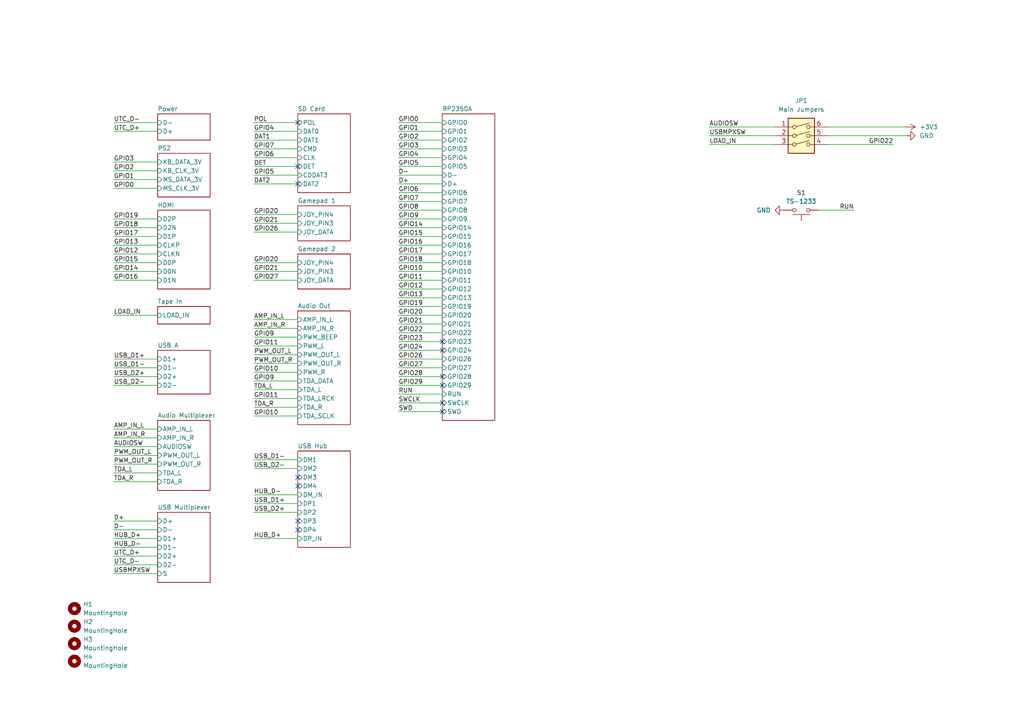
<source format=kicad_sch>
(kicad_sch (version 20250114) (generator "eeschema") (generator_version "9.0")
  (paper "A4")
  (title_block (title "${NAME}") (date "2025-05-10") (rev "${VERSION}") (company "Mikhail Matveev") (comment 1 "https://github.com/xtremespb/frank"))
  (lib_symbols
    (symbol "GND_1" (power) (pin_numbers (hide yes)) (pin_names (offset 0) (hide yes))
      (property "Value" "GND" (at 0 -3.81 0))
      (symbol "GND_1_0_1"
        (polyline (pts (xy 0 0) (xy 0 -1.27) (xy 1.27 -1.27) (xy 0 -2.54) (xy -1.27 -1.27) (xy 0 -1.27)))
      )
      (symbol "GND_1_1_1"
        (pin power_in line (at 0 0 270) (length 0) (name "~") (number "1"))
      )
    )
    (symbol "Mechanical:MountingHole" (pin_names (offset 1.016)) (exclude_from_sim yes) (in_bom no)
      (property "Reference" "H" (at 0 5.08 0))
      (property "Value" "MountingHole" (at 0 3.175 0))
      (symbol "MountingHole_0_1"
        (circle (center 0 0) (radius 1.27) (stroke (width 1.27)))
      )
    )
    (symbol "Switch:SW_DIP_x03" (pin_names (offset 0) (hide yes))
      (property "Reference" "SW" (at 0 6.35 0))
      (property "Value" "SW_DIP_x03" (at 0 -6.35 0))
      (symbol "SW_DIP_x03_0_0"
        (circle (center -2.032 2.54) (radius 0.508))
        (circle (center -2.032 0) (radius 0.508))
        (circle (center -2.032 -2.54) (radius 0.508))
        (polyline (pts (xy -1.524 2.667) (xy 2.3622 3.7084)))
        (polyline (pts (xy -1.524 0.127) (xy 2.3622 1.1684)))
        (polyline (pts (xy -1.524 -2.413) (xy 2.3622 -1.3716)))
        (circle (center 2.032 2.54) (radius 0.508))
        (circle (center 2.032 0) (radius 0.508))
        (circle (center 2.032 -2.54) (radius 0.508))
      )
      (symbol "SW_DIP_x03_0_1"
        (rectangle (start -3.81 5.08) (end 3.81 -5.08) (stroke (width 0.254)) (fill (type background)))
      )
      (symbol "SW_DIP_x03_1_1"
        (pin passive line (at -7.62 2.54 0) (length 5.08) (name "~") (number "1"))
        (pin passive line (at -7.62 0 0) (length 5.08) (name "~") (number "2"))
        (pin passive line (at -7.62 -2.54 0) (length 5.08) (name "~") (number "3"))
        (pin passive line (at 7.62 2.54 180) (length 5.08) (name "~") (number "6"))
        (pin passive line (at 7.62 0 180) (length 5.08) (name "~") (number "5"))
        (pin passive line (at 7.62 -2.54 180) (length 5.08) (name "~") (number "4"))
      )
    )
    (symbol "Switch:SW_Push" (pin_numbers (hide yes)) (pin_names (offset 1.016) (hide yes))
      (property "Reference" "SW" (at 1.27 2.54 0))
      (property "Value" "SW_Push" (at 0 -1.524 0))
      (symbol "SW_Push_0_1"
        (circle (center -2.032 0) (radius 0.508))
        (polyline (pts (xy 0 1.27) (xy 0 3.048)))
        (circle (center 2.032 0) (radius 0.508))
        (polyline (pts (xy 2.54 1.27) (xy -2.54 1.27)))
        (pin passive line (at -5.08 0 0) (length 2.54) (name "1") (number "1"))
        (pin passive line (at 5.08 0 180) (length 2.54) (name "2") (number "2"))
      )
    )
    (symbol "power:+3V3" (power) (pin_numbers (hide yes)) (pin_names (offset 0) (hide yes))
      (property "Value" "+3V3" (at 0 3.556 0))
      (symbol "+3V3_0_1"
        (polyline (pts (xy -0.762 1.27) (xy 0 2.54)))
        (polyline (pts (xy 0 2.54) (xy 0.762 1.27)))
        (polyline (pts (xy 0 0) (xy 0 2.54)))
      )
      (symbol "+3V3_1_1"
        (pin power_in line (at 0 0 90) (length 0) (name "~") (number "1"))
      )
    )
  )
  (no_connect (at 128.27 116.84))
  (no_connect (at 128.27 109.22))
  (no_connect (at 86.36 53.34))
  (no_connect (at 128.27 101.6))
  (no_connect (at 86.36 153.67))
  (no_connect (at 128.27 111.76))
  (no_connect (at 86.36 151.13))
  (no_connect (at 128.27 99.06))
  (no_connect (at 128.27 119.38))
  (no_connect (at 86.36 48.26))
  (no_connect (at 86.36 35.56))
  (no_connect (at 86.36 138.43))
  (no_connect (at 86.36 140.97))
  (wire (pts (xy 115.57 81.28) (xy 128.27 81.28)))
  (wire (pts (xy 33.02 132.08) (xy 45.72 132.08)))
  (wire (pts (xy 115.57 38.1) (xy 128.27 38.1)))
  (wire (pts (xy 73.66 120.65) (xy 86.36 120.65)))
  (wire (pts (xy 115.57 111.76) (xy 128.27 111.76)))
  (wire (pts (xy 115.57 60.96) (xy 128.27 60.96)))
  (wire (pts (xy 33.02 109.22) (xy 45.72 109.22)))
  (wire (pts (xy 73.66 78.74) (xy 86.36 78.74)))
  (wire (pts (xy 115.57 91.44) (xy 128.27 91.44)))
  (wire (pts (xy 73.66 48.26) (xy 86.36 48.26)))
  (wire (pts (xy 115.57 63.5) (xy 128.27 63.5)))
  (wire (pts (xy 33.02 139.7) (xy 45.72 139.7)))
  (wire (pts (xy 33.02 81.28) (xy 45.72 81.28)))
  (wire (pts (xy 237.49 60.96) (xy 247.65 60.96)))
  (wire (pts (xy 73.66 92.71) (xy 86.36 92.71)))
  (wire (pts (xy 33.02 54.61) (xy 45.72 54.61)))
  (wire (pts (xy 115.57 104.14) (xy 128.27 104.14)))
  (wire (pts (xy 73.66 95.25) (xy 86.36 95.25)))
  (wire (pts (xy 33.02 76.2) (xy 45.72 76.2)))
  (wire (pts (xy 33.02 151.13) (xy 45.72 151.13)))
  (wire (pts (xy 33.02 66.04) (xy 45.72 66.04)))
  (wire (pts (xy 33.02 46.99) (xy 45.72 46.99)))
  (wire (pts (xy 115.57 106.68) (xy 128.27 106.68)))
  (wire (pts (xy 33.02 63.5) (xy 45.72 63.5)))
  (wire (pts (xy 33.02 71.12) (xy 45.72 71.12)))
  (wire (pts (xy 115.57 50.8) (xy 128.27 50.8)))
  (wire (pts (xy 73.66 113.03) (xy 86.36 113.03)))
  (wire (pts (xy 73.66 43.18) (xy 86.36 43.18)))
  (wire (pts (xy 33.02 158.75) (xy 45.72 158.75)))
  (wire (pts (xy 33.02 156.21) (xy 45.72 156.21)))
  (wire (pts (xy 115.57 114.3) (xy 128.27 114.3)))
  (wire (pts (xy 73.66 81.28) (xy 86.36 81.28)))
  (wire (pts (xy 73.66 115.57) (xy 86.36 115.57)))
  (wire (pts (xy 73.66 105.41) (xy 86.36 105.41)))
  (wire (pts (xy 115.57 119.38) (xy 128.27 119.38)))
  (wire (pts (xy 33.02 134.62) (xy 45.72 134.62)))
  (wire (pts (xy 33.02 106.68) (xy 45.72 106.68)))
  (wire (pts (xy 33.02 91.44) (xy 45.72 91.44)))
  (wire (pts (xy 73.66 97.79) (xy 86.36 97.79)))
  (wire (pts (xy 33.02 38.1) (xy 45.72 38.1)))
  (wire (pts (xy 115.57 86.36) (xy 128.27 86.36)))
  (wire (pts (xy 205.74 36.83) (xy 224.79 36.83)))
  (wire (pts (xy 33.02 137.16) (xy 45.72 137.16)))
  (wire (pts (xy 115.57 48.26) (xy 128.27 48.26)))
  (wire (pts (xy 33.02 49.53) (xy 45.72 49.53)))
  (wire (pts (xy 115.57 96.52) (xy 128.27 96.52)))
  (wire (pts (xy 115.57 35.56) (xy 128.27 35.56)))
  (wire (pts (xy 115.57 76.2) (xy 128.27 76.2)))
  (wire (pts (xy 73.66 146.05) (xy 86.36 146.05)))
  (wire (pts (xy 73.66 35.56) (xy 86.36 35.56)))
  (wire (pts (xy 115.57 55.88) (xy 128.27 55.88)))
  (wire (pts (xy 33.02 35.56) (xy 45.72 35.56)))
  (wire (pts (xy 33.02 161.29) (xy 45.72 161.29)))
  (wire (pts (xy 33.02 68.58) (xy 45.72 68.58)))
  (wire (pts (xy 33.02 166.37) (xy 45.72 166.37)))
  (wire (pts (xy 115.57 93.98) (xy 128.27 93.98)))
  (wire (pts (xy 33.02 78.74) (xy 45.72 78.74)))
  (wire (pts (xy 73.66 133.35) (xy 86.36 133.35)))
  (wire (pts (xy 73.66 62.23) (xy 86.36 62.23)))
  (wire (pts (xy 205.74 39.37) (xy 224.79 39.37)))
  (wire (pts (xy 115.57 45.72) (xy 128.27 45.72)))
  (wire (pts (xy 115.57 58.42) (xy 128.27 58.42)))
  (wire (pts (xy 73.66 148.59) (xy 86.36 148.59)))
  (wire (pts (xy 73.66 38.1) (xy 86.36 38.1)))
  (wire (pts (xy 73.66 156.21) (xy 86.36 156.21)))
  (wire (pts (xy 73.66 64.77) (xy 86.36 64.77)))
  (wire (pts (xy 115.57 53.34) (xy 128.27 53.34)))
  (wire (pts (xy 115.57 88.9) (xy 128.27 88.9)))
  (wire (pts (xy 115.57 43.18) (xy 128.27 43.18)))
  (wire (pts (xy 73.66 107.95) (xy 86.36 107.95)))
  (wire (pts (xy 240.03 36.83) (xy 262.89 36.83)))
  (wire (pts (xy 73.66 53.34) (xy 86.36 53.34)))
  (wire (pts (xy 73.66 100.33) (xy 86.36 100.33)))
  (wire (pts (xy 33.02 127) (xy 45.72 127)))
  (wire (pts (xy 115.57 68.58) (xy 128.27 68.58)))
  (wire (pts (xy 115.57 40.64) (xy 128.27 40.64)))
  (wire (pts (xy 73.66 135.89) (xy 86.36 135.89)))
  (wire (pts (xy 33.02 111.76) (xy 45.72 111.76)))
  (wire (pts (xy 33.02 73.66) (xy 45.72 73.66)))
  (wire (pts (xy 115.57 99.06) (xy 128.27 99.06)))
  (wire (pts (xy 115.57 116.84) (xy 128.27 116.84)))
  (wire (pts (xy 33.02 124.46) (xy 45.72 124.46)))
  (wire (pts (xy 73.66 67.31) (xy 86.36 67.31)))
  (wire (pts (xy 240.03 39.37) (xy 262.89 39.37)))
  (wire (pts (xy 33.02 52.07) (xy 45.72 52.07)))
  (wire (pts (xy 115.57 101.6) (xy 128.27 101.6)))
  (wire (pts (xy 115.57 71.12) (xy 128.27 71.12)))
  (wire (pts (xy 73.66 50.8) (xy 86.36 50.8)))
  (wire (pts (xy 33.02 163.83) (xy 45.72 163.83)))
  (wire (pts (xy 73.66 76.2) (xy 86.36 76.2)))
  (wire (pts (xy 73.66 110.49) (xy 86.36 110.49)))
  (wire (pts (xy 73.66 40.64) (xy 86.36 40.64)))
  (wire (pts (xy 205.74 41.91) (xy 224.79 41.91)))
  (wire (pts (xy 33.02 153.67) (xy 45.72 153.67)))
  (wire (pts (xy 240.03 41.91) (xy 259.08 41.91)))
  (wire (pts (xy 33.02 104.14) (xy 45.72 104.14)))
  (wire (pts (xy 115.57 66.04) (xy 128.27 66.04)))
  (wire (pts (xy 115.57 73.66) (xy 128.27 73.66)))
  (wire (pts (xy 73.66 45.72) (xy 86.36 45.72)))
  (wire (pts (xy 73.66 102.87) (xy 86.36 102.87)))
  (wire (pts (xy 73.66 118.11) (xy 86.36 118.11)))
  (wire (pts (xy 115.57 109.22) (xy 128.27 109.22)))
  (wire (pts (xy 73.66 143.51) (xy 86.36 143.51)))
  (wire (pts (xy 33.02 129.54) (xy 45.72 129.54)))
  (wire (pts (xy 115.57 83.82) (xy 128.27 83.82)))
  (wire (pts (xy 115.57 78.74) (xy 128.27 78.74)))
  (label "GPIO6" (at 73.66 45.72 0))
  (label "GPIO8" (at 115.57 60.96 0))
  (label "PWM_OUT_L" (at 73.66 102.87 0))
  (label "GPIO19" (at 115.57 88.9 0))
  (label "GPIO26" (at 73.66 67.31 0))
  (label "GPIO16" (at 115.57 71.12 0))
  (label "GPIO9" (at 115.57 63.5 0))
  (label "DET" (at 73.66 48.26 0))
  (label "GPIO5" (at 115.57 48.26 0))
  (label "GPIO18" (at 33.02 66.04 0))
  (label "GPIO12" (at 115.57 83.82 0))
  (label "GPIO22" (at 115.57 96.52 0))
  (label "RUN" (at 115.57 114.3 0))
  (label "AMP_IN_R" (at 33.02 127 0))
  (label "HUB_D-" (at 73.66 143.51 0))
  (label "UTC_D+" (at 33.02 161.29 0))
  (label "AUDIOSW" (at 205.74 36.83 0))
  (label "GPIO13" (at 33.02 71.12 0))
  (label "HUB_D+" (at 33.02 156.21 0))
  (label "GPIO10" (at 73.66 120.65 0))
  (label "D+" (at 33.02 151.13 0))
  (label "UTC_D-" (at 33.02 163.83 0))
  (label "GPIO11" (at 73.66 115.57 0))
  (label "USB_D1-" (at 73.66 133.35 0))
  (label "GPIO27" (at 73.66 81.28 0))
  (label "LOAD_IN" (at 205.74 41.91 0))
  (label "GPIO18" (at 115.57 76.2 0))
  (label "PWM_OUT_R" (at 73.66 105.41 0))
  (label "GPIO11" (at 115.57 81.28 0))
  (label "GPIO10" (at 73.66 107.95 0))
  (label "GPIO24" (at 115.57 101.6 0))
  (label "GPIO16" (at 33.02 81.28 0))
  (label "PWM_OUT_R" (at 33.02 134.62 0))
  (label "LOAD_IN" (at 33.02 91.44 0))
  (label "PWM_OUT_L" (at 33.02 132.08 0))
  (label "GPIO21" (at 115.57 93.98 0))
  (label "GPIO5" (at 73.66 50.8 0))
  (label "USB_D2+" (at 73.66 148.59 0))
  (label "AMP_IN_R" (at 73.66 95.25 0))
  (label "GPIO15" (at 115.57 68.58 0))
  (label "GPIO4" (at 73.66 38.1 0))
  (label "GPIO27" (at 115.57 106.68 0))
  (label "USB_D2-" (at 33.02 111.76 0))
  (label "AMP_IN_L" (at 33.02 124.46 0))
  (label "GPIO15" (at 33.02 76.2 0))
  (label "USBMPXSW" (at 205.74 39.37 0))
  (label "GPIO9" (at 73.66 110.49 0))
  (label "GPIO14" (at 115.57 66.04 0))
  (label "USB_D1+" (at 33.02 104.14 0))
  (label "GPIO13" (at 115.57 86.36 0))
  (label "D-" (at 33.02 153.67 0))
  (label "GPIO4" (at 115.57 45.72 0))
  (label "GPIO3" (at 33.02 46.99 0))
  (label "GPIO14" (at 33.02 78.74 0))
  (label "GPIO0" (at 115.57 35.56 0))
  (label "USB_D2+" (at 33.02 109.22 0))
  (label "UTC_D+" (at 33.02 38.1 0))
  (label "GPIO23" (at 115.57 99.06 0))
  (label "GPIO26" (at 115.57 104.14 0))
  (label "GPIO7" (at 73.66 43.18 0))
  (label "GPIO12" (at 33.02 73.66 0))
  (label "GPIO17" (at 33.02 68.58 0))
  (label "GPIO9" (at 73.66 97.79 0))
  (label "USB_D1+" (at 73.66 146.05 0))
  (label "AUDIOSW" (at 33.02 129.54 0))
  (label "GPIO3" (at 115.57 43.18 0))
  (label "GPIO29" (at 115.57 111.76 0))
  (label "GPIO20" (at 73.66 76.2 0))
  (label "SWCLK" (at 115.57 116.84 0))
  (label "GPIO20" (at 115.57 91.44 0))
  (label "USB_D2-" (at 73.66 135.89 0))
  (label "DAT1" (at 73.66 40.64 0))
  (label "GPIO1" (at 115.57 38.1 0))
  (label "TDA_L" (at 33.02 137.16 0))
  (label "GPIO7" (at 115.57 58.42 0))
  (label "TDA_L" (at 73.66 113.03 0))
  (label "GPIO10" (at 115.57 78.74 0))
  (label "AMP_IN_L" (at 73.66 92.71 0))
  (label "HUB_D-" (at 33.02 158.75 0))
  (label "UTC_D-" (at 33.02 35.56 0))
  (label "GPIO28" (at 115.57 109.22 0))
  (label "TDA_R" (at 33.02 139.7 0))
  (label "HUB_D+" (at 73.66 156.21 0))
  (label "USB_D1-" (at 33.02 106.68 0))
  (label "GPIO1" (at 33.02 52.07 0))
  (label "SWD" (at 115.57 119.38 0))
  (label "RUN" (at 247.65 60.96 180))
  (label "GPIO20" (at 73.66 62.23 0))
  (label "GPIO21" (at 73.66 64.77 0))
  (label "D+" (at 115.57 53.34 0))
  (label "USBMPXSW" (at 33.02 166.37 0))
  (label "GPIO17" (at 115.57 73.66 0))
  (label "GPIO19" (at 33.02 63.5 0))
  (label "DAT2" (at 73.66 53.34 0))
  (label "GPIO2" (at 115.57 40.64 0))
  (label "GPIO2" (at 33.02 49.53 0))
  (label "GPIO22" (at 259.08 41.91 180))
  (label "POL" (at 73.66 35.56 0))
  (label "D-" (at 115.57 50.8 0))
  (label "TDA_R" (at 73.66 118.11 0))
  (label "GPIO6" (at 115.57 55.88 0))
  (label "GPIO11" (at 73.66 100.33 0))
  (label "GPIO0" (at 33.02 54.61 0))
  (label "GPIO21" (at 73.66 78.74 0))
  (symbol (lib_name "GND_1") (lib_id "power:GND") (at 227.33 60.96 270) (unit 1)
    (property "Reference" "#PWR03" (effects (hide yes)))
    (property "Value" "GND" (at 223.52 60.9599 90) (effects (justify right)))
    (property "Description" "Power symbol creates a global label with name \"GND\" , ground" (effects (hide yes)))
  )
  (symbol (lib_id "Switch:SW_DIP_x03") (at 232.41 39.37 0) (unit 1)
    (property "Reference" "JP1" (at 232.41 29.21 0))
    (property "Value" "Main Jumpers" (at 232.41 31.75 0))
    (property "Footprint" "FRANK:Jumper (SMD, 3 Pin)" (effects (hide yes)))
    (property "Description" "3x DIP Switch, Single Pole Single Throw (SPST) switch, small symbol" (effects (hide yes)))
    (property "AliExpress" "https://www.aliexpress.com/item/1005006144087226.html" (effects (hide yes)))
  )
  (symbol (lib_id "Switch:SW_Push") (at 232.41 60.96 180) (unit 1)
    (property "Reference" "S1" (at 232.41 55.88 0))
    (property "Value" "TS-1233" (at 232.41 58.42 0))
    (property "Footprint" "FRANK:Button (SMD, 3x3mm, 1-1)" (effects (hide yes)))
    (property "Datasheet" "https://parts4laptops.eu/en/microbuttons/3300-microbutton-tact-switch-ts-1233-33x33x15mm-smt-mounting.html" (effects (hide yes)))
    (property "AliExpress" "https://www.aliexpress.com/item/1005007359248990.html" (effects (hide yes)))
  )
  (symbol (lib_name "GND_1") (lib_id "power:GND") (at 262.89 39.37 90) (unit 1)
    (property "Reference" "#PWR02" (effects (hide yes)))
    (property "Value" "GND" (at 266.7 39.3699 90) (effects (justify right)))
    (property "Description" "Power symbol creates a global label with name \"GND\" , ground" (effects (hide yes)))
  )
  (symbol (lib_id "Mechanical:MountingHole") (at 21.59 186.69 0) (unit 1) (exclude_from_sim yes) (in_bom no)
    (property "Reference" "H3" (at 24.13 185.4199 0) (effects (justify left)))
    (property "Value" "MountingHole" (at 24.13 187.9599 0) (effects (justify left)))
    (property "Footprint" "FRANK:Mounting Hole (2.7mm)" (effects (hide yes)))
    (property "Description" "Mounting Hole without connection" (effects (hide yes)))
  )
  (symbol (lib_id "Mechanical:MountingHole") (at 21.59 181.61 0) (unit 1) (exclude_from_sim yes) (in_bom no)
    (property "Reference" "H2" (at 24.13 180.3399 0) (effects (justify left)))
    (property "Value" "MountingHole" (at 24.13 182.8799 0) (effects (justify left)))
    (property "Footprint" "FRANK:Mounting Hole (2.7mm)" (effects (hide yes)))
    (property "Description" "Mounting Hole without connection" (effects (hide yes)))
  )
  (symbol (lib_id "Mechanical:MountingHole") (at 21.59 191.77 0) (unit 1) (exclude_from_sim yes) (in_bom no)
    (property "Reference" "H4" (at 24.13 190.4999 0) (effects (justify left)))
    (property "Value" "MountingHole" (at 24.13 193.0399 0) (effects (justify left)))
    (property "Footprint" "FRANK:Mounting Hole (2.7mm)" (effects (hide yes)))
    (property "Description" "Mounting Hole without connection" (effects (hide yes)))
  )
  (symbol (lib_id "Mechanical:MountingHole") (at 21.59 176.53 0) (unit 1) (exclude_from_sim yes) (in_bom no)
    (property "Reference" "H1" (at 24.13 175.2599 0) (effects (justify left)))
    (property "Value" "MountingHole" (at 24.13 177.7999 0) (effects (justify left)))
    (property "Footprint" "FRANK:Mounting Hole (2.7mm)" (effects (hide yes)))
    (property "Description" "Mounting Hole without connection" (effects (hide yes)))
  )
  (symbol (lib_id "power:+3V3") (at 262.89 36.83 270) (unit 1)
    (property "Reference" "#PWR01" (effects (hide yes)))
    (property "Value" "+3V3" (at 266.7 36.8299 90) (effects (justify left)))
    (property "Description" "Power symbol creates a global label with name \"+3V3\"" (effects (hide yes)))
  )
  (sheet (at 45.72 44.45) (size 15.24 12.7) (stroke (width 0.1524))
    (property "Sheetname" "PS2" (at 45.72 43.7384 0) (effects (justify left bottom)))
    (property "Sheetfile" "ps2.kicad_sch" (effects (hide yes)))
    (pin "KB_DATA_3V" input (at 45.72 46.99 180))
    (pin "KB_CLK_3V" input (at 45.72 49.53 180))
    (pin "MS_DATA_3V" input (at 45.72 52.07 180))
    (pin "MS_CLK_3V" input (at 45.72 54.61 180))
  )
  (sheet (at 86.36 90.17) (size 15.24 33.02) (stroke (width 0.1524))
    (property "Sheetname" "Audio Out" (at 86.36 89.4584 0) (effects (justify left bottom)))
    (property "Sheetfile" "audio.kicad_sch" (effects (hide yes)))
    (pin "AMP_IN_L" input (at 86.36 92.71 180))
    (pin "AMP_IN_R" input (at 86.36 95.25 180))
    (pin "PWM_BEEP" input (at 86.36 97.79 180))
    (pin "PWM_L" input (at 86.36 100.33 180))
    (pin "PWM_OUT_L" input (at 86.36 102.87 180))
    (pin "PWM_OUT_R" input (at 86.36 105.41 180))
    (pin "PWM_R" input (at 86.36 107.95 180))
    (pin "TDA_DATA" input (at 86.36 110.49 180))
    (pin "TDA_L" input (at 86.36 113.03 180))
    (pin "TDA_LRCK" input (at 86.36 115.57 180))
    (pin "TDA_R" input (at 86.36 118.11 180))
    (pin "TDA_SCLK" input (at 86.36 120.65 180))
  )
  (sheet (at 45.72 60.96) (size 15.24 22.86) (stroke (width 0.1524))
    (property "Sheetname" "HDMI" (at 45.72 60.2484 0) (effects (justify left bottom)))
    (property "Sheetfile" "hdmi.kicad_sch" (effects (hide yes)))
    (pin "D2P" input (at 45.72 63.5 180))
    (pin "D2N" input (at 45.72 66.04 180))
    (pin "D1P" input (at 45.72 68.58 180))
    (pin "CLKP" input (at 45.72 71.12 180))
    (pin "CLKN" input (at 45.72 73.66 180))
    (pin "D0P" input (at 45.72 76.2 180))
    (pin "D0N" input (at 45.72 78.74 180))
    (pin "D1N" input (at 45.72 81.28 180))
  )
  (sheet (at 86.36 33.02) (size 15.24 22.86) (stroke (width 0.1524))
    (property "Sheetname" "SD Card" (at 86.36 32.3084 0) (effects (justify left bottom)))
    (property "Sheetfile" "sd.kicad_sch" (effects (hide yes)))
    (pin "POL" input (at 86.36 35.56 180))
    (pin "DAT0" input (at 86.36 38.1 180))
    (pin "DAT1" input (at 86.36 40.64 180))
    (pin "CMD" input (at 86.36 43.18 180))
    (pin "CLK" input (at 86.36 45.72 180))
    (pin "DET" input (at 86.36 48.26 180))
    (pin "CDDAT3" input (at 86.36 50.8 180))
    (pin "DAT2" input (at 86.36 53.34 180))
  )
  (sheet (at 86.36 73.66) (size 15.24 10.16) (stroke (width 0.1524))
    (property "Sheetname" "Gamepad 2" (at 86.36 72.9484 0) (effects (justify left bottom)))
    (property "Sheetfile" "gamepad.kicad_sch" (effects (hide yes)))
    (pin "JOY_PIN4" input (at 86.36 76.2 180))
    (pin "JOY_PIN3" input (at 86.36 78.74 180))
    (pin "JOY_DATA" input (at 86.36 81.28 180))
  )
  (sheet (at 45.72 148.59) (size 15.24 20.32) (stroke (width 0.1524))
    (property "Sheetname" "USB Multiplexer" (at 45.72 147.8784 0) (effects (justify left bottom)))
    (property "Sheetfile" "usb_multiplexer.kicad_sch" (effects (hide yes)))
    (pin "D+" input (at 45.72 151.13 180))
    (pin "D-" input (at 45.72 153.67 180))
    (pin "D1+" input (at 45.72 156.21 180))
    (pin "D1-" input (at 45.72 158.75 180))
    (pin "D2+" input (at 45.72 161.29 180))
    (pin "D2-" input (at 45.72 163.83 180))
    (pin "S" input (at 45.72 166.37 180))
  )
  (sheet (at 45.72 101.6) (size 15.24 12.7) (stroke (width 0.1524))
    (property "Sheetname" "USB A" (at 45.72 100.8884 0) (effects (justify left bottom)))
    (property "Sheetfile" "usbstack.kicad_sch" (effects (hide yes)))
    (pin "D1+" input (at 45.72 104.14 180))
    (pin "D1-" input (at 45.72 106.68 180))
    (pin "D2+" input (at 45.72 109.22 180))
    (pin "D2-" input (at 45.72 111.76 180))
  )
  (sheet (at 45.72 33.02) (size 15.24 7.62) (stroke (width 0.1524))
    (property "Sheetname" "Power" (at 45.72 32.3084 0) (effects (justify left bottom)))
    (property "Sheetfile" "power.kicad_sch" (effects (hide yes)))
    (pin "D-" input (at 45.72 35.56 180))
    (pin "D+" input (at 45.72 38.1 180))
  )
  (sheet (at 45.72 121.92) (size 15.24 20.32) (stroke (width 0.1524))
    (property "Sheetname" "Audio Multiplexer" (at 45.72 121.2084 0) (effects (justify left bottom)))
    (property "Sheetfile" "audio_multiplexer.kicad_sch" (effects (hide yes)))
    (pin "AMP_IN_L" input (at 45.72 124.46 180))
    (pin "AMP_IN_R" input (at 45.72 127 180))
    (pin "AUDIOSW" input (at 45.72 129.54 180))
    (pin "PWM_OUT_L" input (at 45.72 132.08 180))
    (pin "PWM_OUT_R" input (at 45.72 134.62 180))
    (pin "TDA_L" input (at 45.72 137.16 180))
    (pin "TDA_R" input (at 45.72 139.7 180))
  )
  (sheet (at 128.27 33.02) (size 15.24 88.9) (stroke (width 0.1524))
    (property "Sheetname" "RP2350A" (at 128.27 32.3084 0) (effects (justify left bottom)))
    (property "Sheetfile" "rp2350a.kicad_sch" (effects (hide yes)))
    (pin "GPIO0" input (at 128.27 35.56 180))
    (pin "GPIO1" input (at 128.27 38.1 180))
    (pin "GPIO2" input (at 128.27 40.64 180))
    (pin "GPIO3" input (at 128.27 43.18 180))
    (pin "GPIO4" input (at 128.27 45.72 180))
    (pin "GPIO5" input (at 128.27 48.26 180))
    (pin "D-" input (at 128.27 50.8 180))
    (pin "D+" input (at 128.27 53.34 180))
    (pin "GPIO6" input (at 128.27 55.88 180))
    (pin "GPIO7" input (at 128.27 58.42 180))
    (pin "GPIO8" input (at 128.27 60.96 180))
    (pin "GPIO9" input (at 128.27 63.5 180))
    (pin "GPIO14" input (at 128.27 66.04 180))
    (pin "GPIO15" input (at 128.27 68.58 180))
    (pin "GPIO16" input (at 128.27 71.12 180))
    (pin "GPIO17" input (at 128.27 73.66 180))
    (pin "GPIO18" input (at 128.27 76.2 180))
    (pin "GPIO10" input (at 128.27 78.74 180))
    (pin "GPIO11" input (at 128.27 81.28 180))
    (pin "GPIO12" input (at 128.27 83.82 180))
    (pin "GPIO13" input (at 128.27 86.36 180))
    (pin "GPIO19" input (at 128.27 88.9 180))
    (pin "GPIO20" input (at 128.27 91.44 180))
    (pin "GPIO21" input (at 128.27 93.98 180))
    (pin "GPIO22" input (at 128.27 96.52 180))
    (pin "GPIO23" input (at 128.27 99.06 180))
    (pin "GPIO24" input (at 128.27 101.6 180))
    (pin "GPIO26" input (at 128.27 104.14 180))
    (pin "GPIO27" input (at 128.27 106.68 180))
    (pin "GPIO28" input (at 128.27 109.22 180))
    (pin "GPIO29" input (at 128.27 111.76 180))
    (pin "RUN" input (at 128.27 114.3 180))
    (pin "SWCLK" input (at 128.27 116.84 180))
    (pin "SWD" input (at 128.27 119.38 180))
  )
  (sheet (at 45.72 88.9) (size 15.24 5.08) (stroke (width 0.1524))
    (property "Sheetname" "Tape In" (at 45.72 88.1884 0) (effects (justify left bottom)))
    (property "Sheetfile" "tape.kicad_sch" (effects (hide yes)))
    (pin "LOAD_IN" input (at 45.72 91.44 180))
  )
  (sheet (at 86.36 59.69) (size 15.24 10.16) (stroke (width 0.1524))
    (property "Sheetname" "Gamepad 1" (at 86.36 58.9784 0) (effects (justify left bottom)))
    (property "Sheetfile" "gamepad.kicad_sch" (effects (hide yes)))
    (pin "JOY_PIN4" input (at 86.36 62.23 180))
    (pin "JOY_PIN3" input (at 86.36 64.77 180))
    (pin "JOY_DATA" input (at 86.36 67.31 180))
  )
  (sheet (at 86.36 130.81) (size 15.24 27.94) (stroke (width 0.1524))
    (property "Sheetname" "USB Hub" (at 86.36 130.0984 0) (effects (justify left bottom)))
    (property "Sheetfile" "usb_hub.kicad_sch" (effects (hide yes)))
    (pin "DM1" input (at 86.36 133.35 180))
    (pin "DM2" input (at 86.36 135.89 180))
    (pin "DM3" input (at 86.36 138.43 180))
    (pin "DM4" input (at 86.36 140.97 180))
    (pin "DM_IN" input (at 86.36 143.51 180))
    (pin "DP1" input (at 86.36 146.05 180))
    (pin "DP2" input (at 86.36 148.59 180))
    (pin "DP3" input (at 86.36 151.13 180))
    (pin "DP4" input (at 86.36 153.67 180))
    (pin "DP_IN" input (at 86.36 156.21 180))
  )
)
</source>
